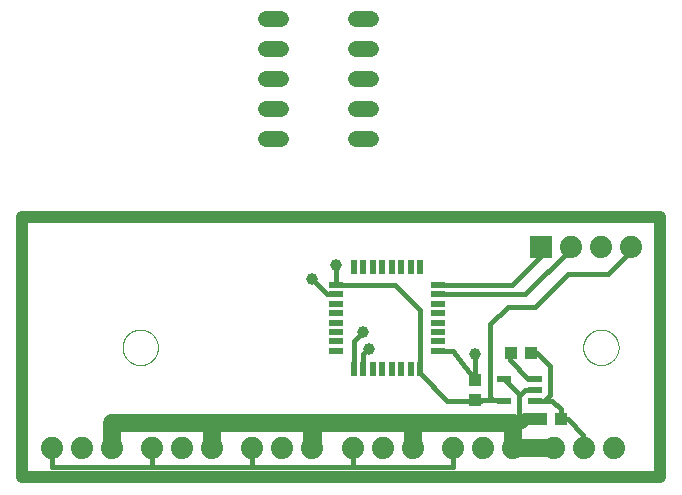
<source format=gtl>
G75*
%MOIN*%
%OFA0B0*%
%FSLAX25Y25*%
%IPPOS*%
%LPD*%
%AMOC8*
5,1,8,0,0,1.08239X$1,22.5*
%
%ADD10C,0.03937*%
%ADD11C,0.00000*%
%ADD12C,0.07400*%
%ADD13R,0.05000X0.02200*%
%ADD14R,0.02200X0.05000*%
%ADD15C,0.05200*%
%ADD16R,0.04724X0.02165*%
%ADD17R,0.04331X0.03937*%
%ADD18R,0.03937X0.04331*%
%ADD19R,0.07400X0.07400*%
%ADD20C,0.01575*%
%ADD21C,0.05906*%
%ADD22C,0.03962*%
D10*
X0002969Y0005657D02*
X0215567Y0005657D01*
X0215567Y0092272D01*
X0002969Y0092272D01*
X0002969Y0005657D01*
X0166748Y0023768D02*
X0168717Y0023768D01*
X0169504Y0023768D01*
X0170685Y0024949D01*
X0176000Y0024949D01*
D11*
X0189976Y0048965D02*
X0189978Y0049118D01*
X0189984Y0049272D01*
X0189994Y0049425D01*
X0190008Y0049577D01*
X0190026Y0049730D01*
X0190048Y0049881D01*
X0190073Y0050032D01*
X0190103Y0050183D01*
X0190137Y0050333D01*
X0190174Y0050481D01*
X0190215Y0050629D01*
X0190260Y0050775D01*
X0190309Y0050921D01*
X0190362Y0051065D01*
X0190418Y0051207D01*
X0190478Y0051348D01*
X0190542Y0051488D01*
X0190609Y0051626D01*
X0190680Y0051762D01*
X0190755Y0051896D01*
X0190832Y0052028D01*
X0190914Y0052158D01*
X0190998Y0052286D01*
X0191086Y0052412D01*
X0191177Y0052535D01*
X0191271Y0052656D01*
X0191369Y0052774D01*
X0191469Y0052890D01*
X0191573Y0053003D01*
X0191679Y0053114D01*
X0191788Y0053222D01*
X0191900Y0053327D01*
X0192014Y0053428D01*
X0192132Y0053527D01*
X0192251Y0053623D01*
X0192373Y0053716D01*
X0192498Y0053805D01*
X0192625Y0053892D01*
X0192754Y0053974D01*
X0192885Y0054054D01*
X0193018Y0054130D01*
X0193153Y0054203D01*
X0193290Y0054272D01*
X0193429Y0054337D01*
X0193569Y0054399D01*
X0193711Y0054457D01*
X0193854Y0054512D01*
X0193999Y0054563D01*
X0194145Y0054610D01*
X0194292Y0054653D01*
X0194440Y0054692D01*
X0194589Y0054728D01*
X0194739Y0054759D01*
X0194890Y0054787D01*
X0195041Y0054811D01*
X0195194Y0054831D01*
X0195346Y0054847D01*
X0195499Y0054859D01*
X0195652Y0054867D01*
X0195805Y0054871D01*
X0195959Y0054871D01*
X0196112Y0054867D01*
X0196265Y0054859D01*
X0196418Y0054847D01*
X0196570Y0054831D01*
X0196723Y0054811D01*
X0196874Y0054787D01*
X0197025Y0054759D01*
X0197175Y0054728D01*
X0197324Y0054692D01*
X0197472Y0054653D01*
X0197619Y0054610D01*
X0197765Y0054563D01*
X0197910Y0054512D01*
X0198053Y0054457D01*
X0198195Y0054399D01*
X0198335Y0054337D01*
X0198474Y0054272D01*
X0198611Y0054203D01*
X0198746Y0054130D01*
X0198879Y0054054D01*
X0199010Y0053974D01*
X0199139Y0053892D01*
X0199266Y0053805D01*
X0199391Y0053716D01*
X0199513Y0053623D01*
X0199632Y0053527D01*
X0199750Y0053428D01*
X0199864Y0053327D01*
X0199976Y0053222D01*
X0200085Y0053114D01*
X0200191Y0053003D01*
X0200295Y0052890D01*
X0200395Y0052774D01*
X0200493Y0052656D01*
X0200587Y0052535D01*
X0200678Y0052412D01*
X0200766Y0052286D01*
X0200850Y0052158D01*
X0200932Y0052028D01*
X0201009Y0051896D01*
X0201084Y0051762D01*
X0201155Y0051626D01*
X0201222Y0051488D01*
X0201286Y0051348D01*
X0201346Y0051207D01*
X0201402Y0051065D01*
X0201455Y0050921D01*
X0201504Y0050775D01*
X0201549Y0050629D01*
X0201590Y0050481D01*
X0201627Y0050333D01*
X0201661Y0050183D01*
X0201691Y0050032D01*
X0201716Y0049881D01*
X0201738Y0049730D01*
X0201756Y0049577D01*
X0201770Y0049425D01*
X0201780Y0049272D01*
X0201786Y0049118D01*
X0201788Y0048965D01*
X0201786Y0048812D01*
X0201780Y0048658D01*
X0201770Y0048505D01*
X0201756Y0048353D01*
X0201738Y0048200D01*
X0201716Y0048049D01*
X0201691Y0047898D01*
X0201661Y0047747D01*
X0201627Y0047597D01*
X0201590Y0047449D01*
X0201549Y0047301D01*
X0201504Y0047155D01*
X0201455Y0047009D01*
X0201402Y0046865D01*
X0201346Y0046723D01*
X0201286Y0046582D01*
X0201222Y0046442D01*
X0201155Y0046304D01*
X0201084Y0046168D01*
X0201009Y0046034D01*
X0200932Y0045902D01*
X0200850Y0045772D01*
X0200766Y0045644D01*
X0200678Y0045518D01*
X0200587Y0045395D01*
X0200493Y0045274D01*
X0200395Y0045156D01*
X0200295Y0045040D01*
X0200191Y0044927D01*
X0200085Y0044816D01*
X0199976Y0044708D01*
X0199864Y0044603D01*
X0199750Y0044502D01*
X0199632Y0044403D01*
X0199513Y0044307D01*
X0199391Y0044214D01*
X0199266Y0044125D01*
X0199139Y0044038D01*
X0199010Y0043956D01*
X0198879Y0043876D01*
X0198746Y0043800D01*
X0198611Y0043727D01*
X0198474Y0043658D01*
X0198335Y0043593D01*
X0198195Y0043531D01*
X0198053Y0043473D01*
X0197910Y0043418D01*
X0197765Y0043367D01*
X0197619Y0043320D01*
X0197472Y0043277D01*
X0197324Y0043238D01*
X0197175Y0043202D01*
X0197025Y0043171D01*
X0196874Y0043143D01*
X0196723Y0043119D01*
X0196570Y0043099D01*
X0196418Y0043083D01*
X0196265Y0043071D01*
X0196112Y0043063D01*
X0195959Y0043059D01*
X0195805Y0043059D01*
X0195652Y0043063D01*
X0195499Y0043071D01*
X0195346Y0043083D01*
X0195194Y0043099D01*
X0195041Y0043119D01*
X0194890Y0043143D01*
X0194739Y0043171D01*
X0194589Y0043202D01*
X0194440Y0043238D01*
X0194292Y0043277D01*
X0194145Y0043320D01*
X0193999Y0043367D01*
X0193854Y0043418D01*
X0193711Y0043473D01*
X0193569Y0043531D01*
X0193429Y0043593D01*
X0193290Y0043658D01*
X0193153Y0043727D01*
X0193018Y0043800D01*
X0192885Y0043876D01*
X0192754Y0043956D01*
X0192625Y0044038D01*
X0192498Y0044125D01*
X0192373Y0044214D01*
X0192251Y0044307D01*
X0192132Y0044403D01*
X0192014Y0044502D01*
X0191900Y0044603D01*
X0191788Y0044708D01*
X0191679Y0044816D01*
X0191573Y0044927D01*
X0191469Y0045040D01*
X0191369Y0045156D01*
X0191271Y0045274D01*
X0191177Y0045395D01*
X0191086Y0045518D01*
X0190998Y0045644D01*
X0190914Y0045772D01*
X0190832Y0045902D01*
X0190755Y0046034D01*
X0190680Y0046168D01*
X0190609Y0046304D01*
X0190542Y0046442D01*
X0190478Y0046582D01*
X0190418Y0046723D01*
X0190362Y0046865D01*
X0190309Y0047009D01*
X0190260Y0047155D01*
X0190215Y0047301D01*
X0190174Y0047449D01*
X0190137Y0047597D01*
X0190103Y0047747D01*
X0190073Y0047898D01*
X0190048Y0048049D01*
X0190026Y0048200D01*
X0190008Y0048353D01*
X0189994Y0048505D01*
X0189984Y0048658D01*
X0189978Y0048812D01*
X0189976Y0048965D01*
X0036433Y0048965D02*
X0036435Y0049118D01*
X0036441Y0049272D01*
X0036451Y0049425D01*
X0036465Y0049577D01*
X0036483Y0049730D01*
X0036505Y0049881D01*
X0036530Y0050032D01*
X0036560Y0050183D01*
X0036594Y0050333D01*
X0036631Y0050481D01*
X0036672Y0050629D01*
X0036717Y0050775D01*
X0036766Y0050921D01*
X0036819Y0051065D01*
X0036875Y0051207D01*
X0036935Y0051348D01*
X0036999Y0051488D01*
X0037066Y0051626D01*
X0037137Y0051762D01*
X0037212Y0051896D01*
X0037289Y0052028D01*
X0037371Y0052158D01*
X0037455Y0052286D01*
X0037543Y0052412D01*
X0037634Y0052535D01*
X0037728Y0052656D01*
X0037826Y0052774D01*
X0037926Y0052890D01*
X0038030Y0053003D01*
X0038136Y0053114D01*
X0038245Y0053222D01*
X0038357Y0053327D01*
X0038471Y0053428D01*
X0038589Y0053527D01*
X0038708Y0053623D01*
X0038830Y0053716D01*
X0038955Y0053805D01*
X0039082Y0053892D01*
X0039211Y0053974D01*
X0039342Y0054054D01*
X0039475Y0054130D01*
X0039610Y0054203D01*
X0039747Y0054272D01*
X0039886Y0054337D01*
X0040026Y0054399D01*
X0040168Y0054457D01*
X0040311Y0054512D01*
X0040456Y0054563D01*
X0040602Y0054610D01*
X0040749Y0054653D01*
X0040897Y0054692D01*
X0041046Y0054728D01*
X0041196Y0054759D01*
X0041347Y0054787D01*
X0041498Y0054811D01*
X0041651Y0054831D01*
X0041803Y0054847D01*
X0041956Y0054859D01*
X0042109Y0054867D01*
X0042262Y0054871D01*
X0042416Y0054871D01*
X0042569Y0054867D01*
X0042722Y0054859D01*
X0042875Y0054847D01*
X0043027Y0054831D01*
X0043180Y0054811D01*
X0043331Y0054787D01*
X0043482Y0054759D01*
X0043632Y0054728D01*
X0043781Y0054692D01*
X0043929Y0054653D01*
X0044076Y0054610D01*
X0044222Y0054563D01*
X0044367Y0054512D01*
X0044510Y0054457D01*
X0044652Y0054399D01*
X0044792Y0054337D01*
X0044931Y0054272D01*
X0045068Y0054203D01*
X0045203Y0054130D01*
X0045336Y0054054D01*
X0045467Y0053974D01*
X0045596Y0053892D01*
X0045723Y0053805D01*
X0045848Y0053716D01*
X0045970Y0053623D01*
X0046089Y0053527D01*
X0046207Y0053428D01*
X0046321Y0053327D01*
X0046433Y0053222D01*
X0046542Y0053114D01*
X0046648Y0053003D01*
X0046752Y0052890D01*
X0046852Y0052774D01*
X0046950Y0052656D01*
X0047044Y0052535D01*
X0047135Y0052412D01*
X0047223Y0052286D01*
X0047307Y0052158D01*
X0047389Y0052028D01*
X0047466Y0051896D01*
X0047541Y0051762D01*
X0047612Y0051626D01*
X0047679Y0051488D01*
X0047743Y0051348D01*
X0047803Y0051207D01*
X0047859Y0051065D01*
X0047912Y0050921D01*
X0047961Y0050775D01*
X0048006Y0050629D01*
X0048047Y0050481D01*
X0048084Y0050333D01*
X0048118Y0050183D01*
X0048148Y0050032D01*
X0048173Y0049881D01*
X0048195Y0049730D01*
X0048213Y0049577D01*
X0048227Y0049425D01*
X0048237Y0049272D01*
X0048243Y0049118D01*
X0048245Y0048965D01*
X0048243Y0048812D01*
X0048237Y0048658D01*
X0048227Y0048505D01*
X0048213Y0048353D01*
X0048195Y0048200D01*
X0048173Y0048049D01*
X0048148Y0047898D01*
X0048118Y0047747D01*
X0048084Y0047597D01*
X0048047Y0047449D01*
X0048006Y0047301D01*
X0047961Y0047155D01*
X0047912Y0047009D01*
X0047859Y0046865D01*
X0047803Y0046723D01*
X0047743Y0046582D01*
X0047679Y0046442D01*
X0047612Y0046304D01*
X0047541Y0046168D01*
X0047466Y0046034D01*
X0047389Y0045902D01*
X0047307Y0045772D01*
X0047223Y0045644D01*
X0047135Y0045518D01*
X0047044Y0045395D01*
X0046950Y0045274D01*
X0046852Y0045156D01*
X0046752Y0045040D01*
X0046648Y0044927D01*
X0046542Y0044816D01*
X0046433Y0044708D01*
X0046321Y0044603D01*
X0046207Y0044502D01*
X0046089Y0044403D01*
X0045970Y0044307D01*
X0045848Y0044214D01*
X0045723Y0044125D01*
X0045596Y0044038D01*
X0045467Y0043956D01*
X0045336Y0043876D01*
X0045203Y0043800D01*
X0045068Y0043727D01*
X0044931Y0043658D01*
X0044792Y0043593D01*
X0044652Y0043531D01*
X0044510Y0043473D01*
X0044367Y0043418D01*
X0044222Y0043367D01*
X0044076Y0043320D01*
X0043929Y0043277D01*
X0043781Y0043238D01*
X0043632Y0043202D01*
X0043482Y0043171D01*
X0043331Y0043143D01*
X0043180Y0043119D01*
X0043027Y0043099D01*
X0042875Y0043083D01*
X0042722Y0043071D01*
X0042569Y0043063D01*
X0042416Y0043059D01*
X0042262Y0043059D01*
X0042109Y0043063D01*
X0041956Y0043071D01*
X0041803Y0043083D01*
X0041651Y0043099D01*
X0041498Y0043119D01*
X0041347Y0043143D01*
X0041196Y0043171D01*
X0041046Y0043202D01*
X0040897Y0043238D01*
X0040749Y0043277D01*
X0040602Y0043320D01*
X0040456Y0043367D01*
X0040311Y0043418D01*
X0040168Y0043473D01*
X0040026Y0043531D01*
X0039886Y0043593D01*
X0039747Y0043658D01*
X0039610Y0043727D01*
X0039475Y0043800D01*
X0039342Y0043876D01*
X0039211Y0043956D01*
X0039082Y0044038D01*
X0038955Y0044125D01*
X0038830Y0044214D01*
X0038708Y0044307D01*
X0038589Y0044403D01*
X0038471Y0044502D01*
X0038357Y0044603D01*
X0038245Y0044708D01*
X0038136Y0044816D01*
X0038030Y0044927D01*
X0037926Y0045040D01*
X0037826Y0045156D01*
X0037728Y0045274D01*
X0037634Y0045395D01*
X0037543Y0045518D01*
X0037455Y0045644D01*
X0037371Y0045772D01*
X0037289Y0045902D01*
X0037212Y0046034D01*
X0037137Y0046168D01*
X0037066Y0046304D01*
X0036999Y0046442D01*
X0036935Y0046582D01*
X0036875Y0046723D01*
X0036819Y0046865D01*
X0036766Y0047009D01*
X0036717Y0047155D01*
X0036672Y0047301D01*
X0036631Y0047449D01*
X0036594Y0047597D01*
X0036560Y0047747D01*
X0036530Y0047898D01*
X0036505Y0048049D01*
X0036483Y0048200D01*
X0036465Y0048353D01*
X0036451Y0048505D01*
X0036441Y0048658D01*
X0036435Y0048812D01*
X0036433Y0048965D01*
D12*
X0032811Y0015500D03*
X0022811Y0015500D03*
X0012811Y0015500D03*
X0046276Y0015500D03*
X0056276Y0015500D03*
X0066276Y0015500D03*
X0079740Y0015500D03*
X0089740Y0015500D03*
X0099740Y0015500D03*
X0113205Y0015500D03*
X0123205Y0015500D03*
X0133205Y0015500D03*
X0146669Y0015500D03*
X0156669Y0015500D03*
X0166669Y0015500D03*
X0180134Y0015500D03*
X0190134Y0015500D03*
X0200134Y0015500D03*
X0195803Y0082429D03*
X0185803Y0082429D03*
X0205803Y0082429D03*
D13*
X0141522Y0069831D03*
X0141522Y0066681D03*
X0141522Y0063531D03*
X0141522Y0060382D03*
X0141522Y0057232D03*
X0141522Y0054083D03*
X0141522Y0050933D03*
X0141522Y0047783D03*
X0107722Y0047783D03*
X0107722Y0050933D03*
X0107722Y0054083D03*
X0107722Y0057232D03*
X0107722Y0060382D03*
X0107722Y0063531D03*
X0107722Y0066681D03*
X0107722Y0069831D03*
D14*
X0113598Y0075707D03*
X0116748Y0075707D03*
X0119898Y0075707D03*
X0123047Y0075707D03*
X0126197Y0075707D03*
X0129346Y0075707D03*
X0132496Y0075707D03*
X0135646Y0075707D03*
X0135646Y0041907D03*
X0132496Y0041907D03*
X0129346Y0041907D03*
X0126197Y0041907D03*
X0123047Y0041907D03*
X0119898Y0041907D03*
X0116748Y0041907D03*
X0113598Y0041907D03*
D15*
X0114187Y0118335D02*
X0119387Y0118335D01*
X0119387Y0128335D02*
X0114187Y0128335D01*
X0114187Y0138335D02*
X0119387Y0138335D01*
X0119387Y0148335D02*
X0114187Y0148335D01*
X0114187Y0158335D02*
X0119387Y0158335D01*
X0089387Y0158335D02*
X0084187Y0158335D01*
X0084187Y0148335D02*
X0089387Y0148335D01*
X0089387Y0138335D02*
X0084187Y0138335D01*
X0084187Y0128335D02*
X0089387Y0128335D01*
X0089387Y0118335D02*
X0084187Y0118335D01*
D16*
X0163598Y0038531D03*
X0163598Y0031051D03*
X0173835Y0031051D03*
X0173835Y0034791D03*
X0173835Y0038531D03*
D17*
X0176000Y0024949D03*
X0182693Y0024949D03*
D18*
X0172457Y0046996D03*
X0165764Y0046996D03*
X0153756Y0038138D03*
X0153756Y0031445D03*
D19*
X0175803Y0082429D03*
D20*
X0176197Y0082035D01*
X0176197Y0079673D01*
X0166354Y0069831D01*
X0141522Y0069831D01*
X0141522Y0066681D02*
X0170685Y0066681D01*
X0185803Y0081799D01*
X0185803Y0082429D01*
X0184858Y0073374D02*
X0173835Y0062350D01*
X0164780Y0062350D01*
X0158874Y0056839D01*
X0158874Y0032232D01*
X0160055Y0031445D01*
X0163204Y0031445D01*
X0163598Y0031051D01*
X0160055Y0031445D02*
X0153756Y0031445D01*
X0155921Y0031248D01*
X0144701Y0031248D01*
X0135646Y0040303D01*
X0135646Y0041907D01*
X0135646Y0061563D01*
X0127378Y0069831D01*
X0107722Y0069831D01*
X0107693Y0069860D01*
X0107693Y0076524D01*
X0100213Y0071012D02*
X0099425Y0071799D01*
X0100213Y0071012D02*
X0104543Y0066681D01*
X0107722Y0066681D01*
X0116748Y0054083D02*
X0113598Y0050933D01*
X0113598Y0041907D01*
X0116748Y0041907D02*
X0116748Y0046602D01*
X0118717Y0048571D01*
X0141522Y0047783D02*
X0146472Y0047783D01*
X0153756Y0038138D01*
X0153756Y0047154D01*
X0154071Y0046681D01*
X0165567Y0046799D02*
X0165567Y0044634D01*
X0171669Y0038531D01*
X0173835Y0038531D01*
X0173835Y0034791D02*
X0170685Y0034791D01*
X0168717Y0032823D01*
X0168717Y0033413D01*
X0163598Y0038531D01*
X0168717Y0032823D02*
X0168717Y0023768D01*
X0173835Y0031051D02*
X0174032Y0031248D01*
X0176984Y0031248D01*
X0179740Y0031248D01*
X0182496Y0028492D01*
X0182496Y0025146D01*
X0182693Y0024949D01*
X0185016Y0024949D01*
X0190055Y0019909D01*
X0190055Y0015579D01*
X0190134Y0015500D01*
X0176984Y0031248D02*
X0178953Y0033217D01*
X0178953Y0042665D01*
X0174622Y0046996D01*
X0172457Y0046996D01*
X0165764Y0046996D02*
X0165567Y0046799D01*
X0184858Y0073374D02*
X0198244Y0073374D01*
X0205803Y0080933D01*
X0205803Y0082429D01*
X0146669Y0015500D02*
X0146669Y0009201D01*
X0113205Y0009201D01*
X0113205Y0015500D01*
X0113205Y0009201D02*
X0079740Y0009201D01*
X0079740Y0015500D01*
X0079740Y0009201D02*
X0046276Y0009201D01*
X0046276Y0015500D01*
X0046276Y0009201D02*
X0012811Y0009201D01*
X0012811Y0015500D01*
D21*
X0032811Y0015500D02*
X0032890Y0015500D01*
X0032890Y0023768D01*
X0066276Y0023768D01*
X0066276Y0015500D01*
X0066276Y0023768D02*
X0099740Y0023768D01*
X0099740Y0015500D01*
X0099819Y0015500D01*
X0099819Y0023768D01*
X0099740Y0023768D01*
X0099819Y0023768D02*
X0133205Y0023768D01*
X0133205Y0015500D01*
X0133283Y0015500D01*
X0133283Y0023768D01*
X0133205Y0023768D01*
X0133283Y0023768D02*
X0166748Y0023768D01*
X0166748Y0015500D01*
X0166669Y0015500D01*
X0180134Y0015500D01*
D22*
X0154071Y0046681D03*
X0118717Y0048571D03*
X0116748Y0054083D03*
X0099425Y0071799D03*
X0107693Y0076524D03*
M02*

</source>
